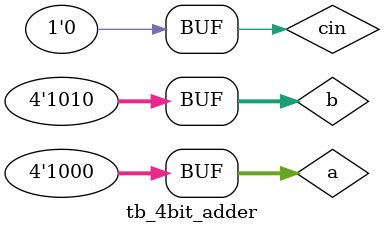
<source format=v>
`timescale 1ns / 1ps

module tb_4bit_adder();
    reg [3:0] a;
    reg [3:0] b;
    reg cin;
    wire [3:0] s;
    wire [3:0] c; // wire ¿¬°á¿ë
    
    full_adder_4bit u_full_adder_4bit( // module ÀÎ½ºÅÏ½º È­(½ÇÃ¼È­)
        .a(a),
        .b(b),
        .cin(cin), // input carry
        .s(s),
        .c(c)
    );
    
    initial
    begin
        #10;    a = 4'b0000; b = 4'b0000; cin = 0;
        #10;    a = 4'b0000; b = 4'b0010; cin = 1;
        #10;    a = 4'b1000; b = 4'b1010; cin = 0;
        
        
    end

endmodule

</source>
